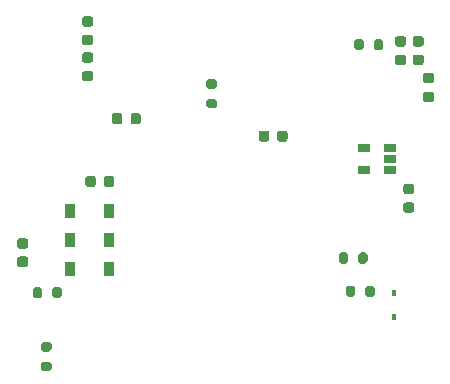
<source format=gbr>
G04 #@! TF.GenerationSoftware,KiCad,Pcbnew,5.1.8-1.fc33*
G04 #@! TF.CreationDate,2021-08-02T18:18:17+02:00*
G04 #@! TF.ProjectId,sense,73656e73-652e-46b6-9963-61645f706362,rev?*
G04 #@! TF.SameCoordinates,Original*
G04 #@! TF.FileFunction,Paste,Bot*
G04 #@! TF.FilePolarity,Positive*
%FSLAX46Y46*%
G04 Gerber Fmt 4.6, Leading zero omitted, Abs format (unit mm)*
G04 Created by KiCad (PCBNEW 5.1.8-1.fc33) date 2021-08-02 18:18:17*
%MOMM*%
%LPD*%
G01*
G04 APERTURE LIST*
%ADD10R,0.900000X1.200000*%
%ADD11R,0.450000X0.600000*%
%ADD12R,1.060000X0.650000*%
G04 APERTURE END LIST*
G36*
G01*
X147825000Y-118336250D02*
X147825000Y-117823750D01*
G75*
G02*
X148043750Y-117605000I218750J0D01*
G01*
X148481250Y-117605000D01*
G75*
G02*
X148700000Y-117823750I0J-218750D01*
G01*
X148700000Y-118336250D01*
G75*
G02*
X148481250Y-118555000I-218750J0D01*
G01*
X148043750Y-118555000D01*
G75*
G02*
X147825000Y-118336250I0J218750D01*
G01*
G37*
G36*
G01*
X149400000Y-118336250D02*
X149400000Y-117823750D01*
G75*
G02*
X149618750Y-117605000I218750J0D01*
G01*
X150056250Y-117605000D01*
G75*
G02*
X150275000Y-117823750I0J-218750D01*
G01*
X150275000Y-118336250D01*
G75*
G02*
X150056250Y-118555000I-218750J0D01*
G01*
X149618750Y-118555000D01*
G75*
G02*
X149400000Y-118336250I0J218750D01*
G01*
G37*
D10*
X146540000Y-123070000D03*
X149840000Y-123070000D03*
X146540000Y-125450000D03*
X149840000Y-125450000D03*
X146550000Y-120560000D03*
X149850000Y-120560000D03*
G36*
G01*
X147743750Y-105670000D02*
X148256250Y-105670000D01*
G75*
G02*
X148475000Y-105888750I0J-218750D01*
G01*
X148475000Y-106326250D01*
G75*
G02*
X148256250Y-106545000I-218750J0D01*
G01*
X147743750Y-106545000D01*
G75*
G02*
X147525000Y-106326250I0J218750D01*
G01*
X147525000Y-105888750D01*
G75*
G02*
X147743750Y-105670000I218750J0D01*
G01*
G37*
G36*
G01*
X147743750Y-104095000D02*
X148256250Y-104095000D01*
G75*
G02*
X148475000Y-104313750I0J-218750D01*
G01*
X148475000Y-104751250D01*
G75*
G02*
X148256250Y-104970000I-218750J0D01*
G01*
X147743750Y-104970000D01*
G75*
G02*
X147525000Y-104751250I0J218750D01*
G01*
X147525000Y-104313750D01*
G75*
G02*
X147743750Y-104095000I218750J0D01*
G01*
G37*
G36*
G01*
X147743750Y-107155000D02*
X148256250Y-107155000D01*
G75*
G02*
X148475000Y-107373750I0J-218750D01*
G01*
X148475000Y-107811250D01*
G75*
G02*
X148256250Y-108030000I-218750J0D01*
G01*
X147743750Y-108030000D01*
G75*
G02*
X147525000Y-107811250I0J218750D01*
G01*
X147525000Y-107373750D01*
G75*
G02*
X147743750Y-107155000I218750J0D01*
G01*
G37*
G36*
G01*
X147743750Y-108730000D02*
X148256250Y-108730000D01*
G75*
G02*
X148475000Y-108948750I0J-218750D01*
G01*
X148475000Y-109386250D01*
G75*
G02*
X148256250Y-109605000I-218750J0D01*
G01*
X147743750Y-109605000D01*
G75*
G02*
X147525000Y-109386250I0J218750D01*
G01*
X147525000Y-108948750D01*
G75*
G02*
X147743750Y-108730000I218750J0D01*
G01*
G37*
G36*
G01*
X176603750Y-110470000D02*
X177116250Y-110470000D01*
G75*
G02*
X177335000Y-110688750I0J-218750D01*
G01*
X177335000Y-111126250D01*
G75*
G02*
X177116250Y-111345000I-218750J0D01*
G01*
X176603750Y-111345000D01*
G75*
G02*
X176385000Y-111126250I0J218750D01*
G01*
X176385000Y-110688750D01*
G75*
G02*
X176603750Y-110470000I218750J0D01*
G01*
G37*
G36*
G01*
X176603750Y-108895000D02*
X177116250Y-108895000D01*
G75*
G02*
X177335000Y-109113750I0J-218750D01*
G01*
X177335000Y-109551250D01*
G75*
G02*
X177116250Y-109770000I-218750J0D01*
G01*
X176603750Y-109770000D01*
G75*
G02*
X176385000Y-109551250I0J218750D01*
G01*
X176385000Y-109113750D01*
G75*
G02*
X176603750Y-108895000I218750J0D01*
G01*
G37*
G36*
G01*
X174943750Y-118275000D02*
X175456250Y-118275000D01*
G75*
G02*
X175675000Y-118493750I0J-218750D01*
G01*
X175675000Y-118931250D01*
G75*
G02*
X175456250Y-119150000I-218750J0D01*
G01*
X174943750Y-119150000D01*
G75*
G02*
X174725000Y-118931250I0J218750D01*
G01*
X174725000Y-118493750D01*
G75*
G02*
X174943750Y-118275000I218750J0D01*
G01*
G37*
G36*
G01*
X174943750Y-119850000D02*
X175456250Y-119850000D01*
G75*
G02*
X175675000Y-120068750I0J-218750D01*
G01*
X175675000Y-120506250D01*
G75*
G02*
X175456250Y-120725000I-218750J0D01*
G01*
X174943750Y-120725000D01*
G75*
G02*
X174725000Y-120506250I0J218750D01*
G01*
X174725000Y-120068750D01*
G75*
G02*
X174943750Y-119850000I218750J0D01*
G01*
G37*
G36*
G01*
X176256250Y-108225000D02*
X175743750Y-108225000D01*
G75*
G02*
X175525000Y-108006250I0J218750D01*
G01*
X175525000Y-107568750D01*
G75*
G02*
X175743750Y-107350000I218750J0D01*
G01*
X176256250Y-107350000D01*
G75*
G02*
X176475000Y-107568750I0J-218750D01*
G01*
X176475000Y-108006250D01*
G75*
G02*
X176256250Y-108225000I-218750J0D01*
G01*
G37*
G36*
G01*
X176256250Y-106650000D02*
X175743750Y-106650000D01*
G75*
G02*
X175525000Y-106431250I0J218750D01*
G01*
X175525000Y-105993750D01*
G75*
G02*
X175743750Y-105775000I218750J0D01*
G01*
X176256250Y-105775000D01*
G75*
G02*
X176475000Y-105993750I0J-218750D01*
G01*
X176475000Y-106431250D01*
G75*
G02*
X176256250Y-106650000I-218750J0D01*
G01*
G37*
G36*
G01*
X152515000Y-112503750D02*
X152515000Y-113016250D01*
G75*
G02*
X152296250Y-113235000I-218750J0D01*
G01*
X151858750Y-113235000D01*
G75*
G02*
X151640000Y-113016250I0J218750D01*
G01*
X151640000Y-112503750D01*
G75*
G02*
X151858750Y-112285000I218750J0D01*
G01*
X152296250Y-112285000D01*
G75*
G02*
X152515000Y-112503750I0J-218750D01*
G01*
G37*
G36*
G01*
X150940000Y-112503750D02*
X150940000Y-113016250D01*
G75*
G02*
X150721250Y-113235000I-218750J0D01*
G01*
X150283750Y-113235000D01*
G75*
G02*
X150065000Y-113016250I0J218750D01*
G01*
X150065000Y-112503750D01*
G75*
G02*
X150283750Y-112285000I218750J0D01*
G01*
X150721250Y-112285000D01*
G75*
G02*
X150940000Y-112503750I0J-218750D01*
G01*
G37*
G36*
G01*
X162485620Y-114489040D02*
X162485620Y-113989040D01*
G75*
G02*
X162710620Y-113764040I225000J0D01*
G01*
X163160620Y-113764040D01*
G75*
G02*
X163385620Y-113989040I0J-225000D01*
G01*
X163385620Y-114489040D01*
G75*
G02*
X163160620Y-114714040I-225000J0D01*
G01*
X162710620Y-114714040D01*
G75*
G02*
X162485620Y-114489040I0J225000D01*
G01*
G37*
G36*
G01*
X164035620Y-114489040D02*
X164035620Y-113989040D01*
G75*
G02*
X164260620Y-113764040I225000J0D01*
G01*
X164710620Y-113764040D01*
G75*
G02*
X164935620Y-113989040I0J-225000D01*
G01*
X164935620Y-114489040D01*
G75*
G02*
X164710620Y-114714040I-225000J0D01*
G01*
X164260620Y-114714040D01*
G75*
G02*
X164035620Y-114489040I0J225000D01*
G01*
G37*
D11*
X173982380Y-127491780D03*
X173982380Y-129591780D03*
G36*
G01*
X170654160Y-127088220D02*
X170654160Y-127638220D01*
G75*
G02*
X170454160Y-127838220I-200000J0D01*
G01*
X170054160Y-127838220D01*
G75*
G02*
X169854160Y-127638220I0J200000D01*
G01*
X169854160Y-127088220D01*
G75*
G02*
X170054160Y-126888220I200000J0D01*
G01*
X170454160Y-126888220D01*
G75*
G02*
X170654160Y-127088220I0J-200000D01*
G01*
G37*
G36*
G01*
X172304160Y-127088220D02*
X172304160Y-127638220D01*
G75*
G02*
X172104160Y-127838220I-200000J0D01*
G01*
X171704160Y-127838220D01*
G75*
G02*
X171504160Y-127638220I0J200000D01*
G01*
X171504160Y-127088220D01*
G75*
G02*
X171704160Y-126888220I200000J0D01*
G01*
X172104160Y-126888220D01*
G75*
G02*
X172304160Y-127088220I0J-200000D01*
G01*
G37*
G36*
G01*
X169269960Y-124834060D02*
X169269960Y-124284060D01*
G75*
G02*
X169469960Y-124084060I200000J0D01*
G01*
X169869960Y-124084060D01*
G75*
G02*
X170069960Y-124284060I0J-200000D01*
G01*
X170069960Y-124834060D01*
G75*
G02*
X169869960Y-125034060I-200000J0D01*
G01*
X169469960Y-125034060D01*
G75*
G02*
X169269960Y-124834060I0J200000D01*
G01*
G37*
G36*
G01*
X170919960Y-124834060D02*
X170919960Y-124284060D01*
G75*
G02*
X171119960Y-124084060I200000J0D01*
G01*
X171519960Y-124084060D01*
G75*
G02*
X171719960Y-124284060I0J-200000D01*
G01*
X171719960Y-124834060D01*
G75*
G02*
X171519960Y-125034060I-200000J0D01*
G01*
X171119960Y-125034060D01*
G75*
G02*
X170919960Y-124834060I0J200000D01*
G01*
G37*
G36*
G01*
X158221000Y-109427560D02*
X158771000Y-109427560D01*
G75*
G02*
X158971000Y-109627560I0J-200000D01*
G01*
X158971000Y-110027560D01*
G75*
G02*
X158771000Y-110227560I-200000J0D01*
G01*
X158221000Y-110227560D01*
G75*
G02*
X158021000Y-110027560I0J200000D01*
G01*
X158021000Y-109627560D01*
G75*
G02*
X158221000Y-109427560I200000J0D01*
G01*
G37*
G36*
G01*
X158221000Y-111077560D02*
X158771000Y-111077560D01*
G75*
G02*
X158971000Y-111277560I0J-200000D01*
G01*
X158971000Y-111677560D01*
G75*
G02*
X158771000Y-111877560I-200000J0D01*
G01*
X158221000Y-111877560D01*
G75*
G02*
X158021000Y-111677560I0J200000D01*
G01*
X158021000Y-111277560D01*
G75*
G02*
X158221000Y-111077560I200000J0D01*
G01*
G37*
D12*
X173609180Y-115227060D03*
X173609180Y-116177060D03*
X173609180Y-117127060D03*
X171409180Y-117127060D03*
X171409180Y-115227060D03*
G36*
G01*
X145825000Y-127225000D02*
X145825000Y-127775000D01*
G75*
G02*
X145625000Y-127975000I-200000J0D01*
G01*
X145225000Y-127975000D01*
G75*
G02*
X145025000Y-127775000I0J200000D01*
G01*
X145025000Y-127225000D01*
G75*
G02*
X145225000Y-127025000I200000J0D01*
G01*
X145625000Y-127025000D01*
G75*
G02*
X145825000Y-127225000I0J-200000D01*
G01*
G37*
G36*
G01*
X144175000Y-127225000D02*
X144175000Y-127775000D01*
G75*
G02*
X143975000Y-127975000I-200000J0D01*
G01*
X143575000Y-127975000D01*
G75*
G02*
X143375000Y-127775000I0J200000D01*
G01*
X143375000Y-127225000D01*
G75*
G02*
X143575000Y-127025000I200000J0D01*
G01*
X143975000Y-127025000D01*
G75*
G02*
X144175000Y-127225000I0J-200000D01*
G01*
G37*
G36*
G01*
X144775000Y-134125000D02*
X144225000Y-134125000D01*
G75*
G02*
X144025000Y-133925000I0J200000D01*
G01*
X144025000Y-133525000D01*
G75*
G02*
X144225000Y-133325000I200000J0D01*
G01*
X144775000Y-133325000D01*
G75*
G02*
X144975000Y-133525000I0J-200000D01*
G01*
X144975000Y-133925000D01*
G75*
G02*
X144775000Y-134125000I-200000J0D01*
G01*
G37*
G36*
G01*
X144775000Y-132475000D02*
X144225000Y-132475000D01*
G75*
G02*
X144025000Y-132275000I0J200000D01*
G01*
X144025000Y-131875000D01*
G75*
G02*
X144225000Y-131675000I200000J0D01*
G01*
X144775000Y-131675000D01*
G75*
G02*
X144975000Y-131875000I0J-200000D01*
G01*
X144975000Y-132275000D01*
G75*
G02*
X144775000Y-132475000I-200000J0D01*
G01*
G37*
G36*
G01*
X142750000Y-123775000D02*
X142250000Y-123775000D01*
G75*
G02*
X142025000Y-123550000I0J225000D01*
G01*
X142025000Y-123100000D01*
G75*
G02*
X142250000Y-122875000I225000J0D01*
G01*
X142750000Y-122875000D01*
G75*
G02*
X142975000Y-123100000I0J-225000D01*
G01*
X142975000Y-123550000D01*
G75*
G02*
X142750000Y-123775000I-225000J0D01*
G01*
G37*
G36*
G01*
X142750000Y-125325000D02*
X142250000Y-125325000D01*
G75*
G02*
X142025000Y-125100000I0J225000D01*
G01*
X142025000Y-124650000D01*
G75*
G02*
X142250000Y-124425000I225000J0D01*
G01*
X142750000Y-124425000D01*
G75*
G02*
X142975000Y-124650000I0J-225000D01*
G01*
X142975000Y-125100000D01*
G75*
G02*
X142750000Y-125325000I-225000J0D01*
G01*
G37*
G36*
G01*
X174756250Y-108225000D02*
X174243750Y-108225000D01*
G75*
G02*
X174025000Y-108006250I0J218750D01*
G01*
X174025000Y-107568750D01*
G75*
G02*
X174243750Y-107350000I218750J0D01*
G01*
X174756250Y-107350000D01*
G75*
G02*
X174975000Y-107568750I0J-218750D01*
G01*
X174975000Y-108006250D01*
G75*
G02*
X174756250Y-108225000I-218750J0D01*
G01*
G37*
G36*
G01*
X174756250Y-106650000D02*
X174243750Y-106650000D01*
G75*
G02*
X174025000Y-106431250I0J218750D01*
G01*
X174025000Y-105993750D01*
G75*
G02*
X174243750Y-105775000I218750J0D01*
G01*
X174756250Y-105775000D01*
G75*
G02*
X174975000Y-105993750I0J-218750D01*
G01*
X174975000Y-106431250D01*
G75*
G02*
X174756250Y-106650000I-218750J0D01*
G01*
G37*
G36*
G01*
X173025000Y-106225000D02*
X173025000Y-106775000D01*
G75*
G02*
X172825000Y-106975000I-200000J0D01*
G01*
X172425000Y-106975000D01*
G75*
G02*
X172225000Y-106775000I0J200000D01*
G01*
X172225000Y-106225000D01*
G75*
G02*
X172425000Y-106025000I200000J0D01*
G01*
X172825000Y-106025000D01*
G75*
G02*
X173025000Y-106225000I0J-200000D01*
G01*
G37*
G36*
G01*
X171375000Y-106225000D02*
X171375000Y-106775000D01*
G75*
G02*
X171175000Y-106975000I-200000J0D01*
G01*
X170775000Y-106975000D01*
G75*
G02*
X170575000Y-106775000I0J200000D01*
G01*
X170575000Y-106225000D01*
G75*
G02*
X170775000Y-106025000I200000J0D01*
G01*
X171175000Y-106025000D01*
G75*
G02*
X171375000Y-106225000I0J-200000D01*
G01*
G37*
M02*

</source>
